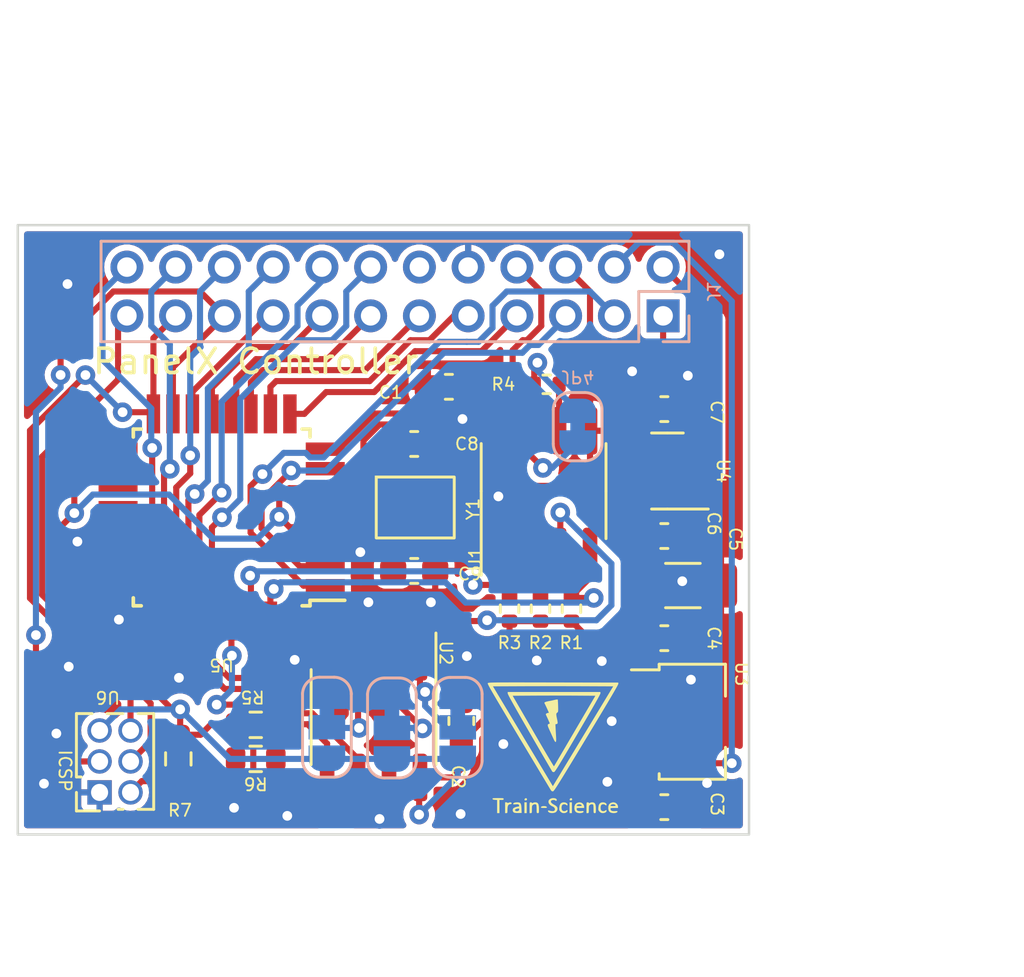
<source format=kicad_pcb>
(kicad_pcb (version 20211014) (generator pcbnew)
  (layers (0 "F.Cu" signal) (31 "B.Cu" signal) (34 "B.Paste" user) (35 "F.Paste" user) (36 "B.SilkS" user "B.Silkscreen") (37 "F.SilkS" user "F.Silkscreen") (38 "B.Mask" user) (39 "F.Mask" user) (44 "Edge.Cuts" user))
  (net 0 "")
  (net 1 "Tx")
  (net 2 "Rx")
  (net 3 "GND")
  (net 4 "dir")
  (net 5 "GPIO1")
  (net 6 "GPIO2")
  (net 7 "GPIO3")
  (net 8 "GPIO4")
  (net 9 "GPIO5")
  (net 10 "GPIO6")
  (net 11 "GPIO7")
  (net 12 "GPIO8")
  (net 13 "GPIO9")
  (net 14 "GPIO10")
  (net 15 "GPIO11")
  (net 16 "+3V3")
  (net 17 "GPIO12")
  (net 18 "GPIO13")
  (net 19 "GPIO14")
  (net 20 "SDA")
  (net 21 "SCL")
  (net 22 "GPIO15")
  (net 23 "+5V")
  (net 24 "+12V")
  (net 25 "B")
  (net 26 "A")
  (net 27 "/atmega328/X1")
  (net 28 "/atmega328/X2")
  (net 29 "/atmega328/RESET")
  (net 33 "Net-(JP4-Pad1)")
  (net 35 "/EEPROM/A0")
  (net 36 "/EEPROM/A1")
  (net 37 "/EEPROM/A2")
  (footprint "Connector_PinSocket_1.27mm:PinSocket_2x03_P1.27mm_Vertical" (layer "F.Cu") (at 113.355 90.275 180)
    (fp_text reference "U6")
    (fp_text value "HEADER_3x2")
  )
  (footprint "Package_TO_SOT_SMD:SOT-89-3" (layer "F.Cu") (at 137.374 87.376)
    (fp_text reference "U3")
    (fp_text value "L78L05_SOT89")
  )
  (footprint "Resistor_SMD:R_0603_1608Metric" (layer "F.Cu") (at 119.761 87.503)
    (fp_text reference "R5")
    (fp_text value "4k7")
  )
  (footprint "custom_kicad_lib_sk:crystal_arduino" (layer "F.Cu") (at 126.356428 78.365382)
    (fp_text reference "Y1")
    (fp_text value "crystal_arduino")
  )
  (footprint "kicad_images:Train-Science logo extra small" (layer "F.Cu") (at 132 88.5)
    (fp_text reference "G***" hide)
    (fp_text value "LOGO" hide)
  )
  (footprint "Capacitor_SMD:C_0603_1608Metric_Pad1.08x0.95mm_HandSolder" (layer "F.Cu") (at 136.525 83.947)
    (fp_text reference "C4")
    (fp_text value "100nF")
  )
  (footprint "Resistor_SMD:R_0402_1005Metric" (layer "F.Cu") (at 131.699 73.533)
    (fp_text reference "R4")
    (fp_text value "120R")
  )
  (footprint "Capacitor_SMD:C_0603_1608Metric_Pad1.08x0.95mm_HandSolder" (layer "F.Cu") (at 128.197 87.346 -90)
    (fp_text reference "C2")
    (fp_text value "100nF")
  )
  (footprint "Package_SO:SOIC-8_3.9x4.9mm_P1.27mm" (layer "F.Cu") (at 131.572 77.913 90)
    (fp_text reference "U1")
    (fp_text value "MAX485E")
  )
  (footprint "Capacitor_SMD:C_0603_1608Metric_Pad1.08x0.95mm_HandSolder" (layer "F.Cu") (at 126.263429 81.186382 180)
    (fp_text reference "C9")
    (fp_text value "12pF")
  )
  (footprint "Package_QFP:TQFP-32_7x7mm_P0.8mm" (layer "F.Cu") (at 118.364 78.994 180)
    (fp_text reference "U5")
    (fp_text value "ATmega328-A")
  )
  (footprint "Capacitor_SMD:C_0603_1608Metric_Pad1.08x0.95mm_HandSolder" (layer "F.Cu") (at 127.6858 73.6346 180)
    (fp_text reference "C1")
    (fp_text value "100n")
  )
  (footprint "Capacitor_SMD:C_0603_1608Metric_Pad1.08x0.95mm_HandSolder" (layer "F.Cu") (at 136.525 79.756)
    (fp_text reference "C6")
    (fp_text value "1uF")
  )
  (footprint "Package_SO:SOIC-8_3.9x4.9mm_P1.27mm" (layer "F.Cu") (at 124.595 87.186 -90)
    (fp_text reference "U2")
    (fp_text value "24LC256")
  )
  (footprint "Resistor_SMD:R_0603_1608Metric_Pad0.98x0.95mm_HandSolder" (layer "F.Cu") (at 116.586 88.9 -90)
    (fp_text reference "R7")
    (fp_text value "10k")
  )
  (footprint "Capacitor_SMD:C_0603_1608Metric_Pad1.08x0.95mm_HandSolder" (layer "F.Cu") (at 126.263429 75.979382)
    (fp_text reference "C8")
    (fp_text value "12pF")
  )
  (footprint "Resistor_SMD:R_0402_1005Metric" (layer "F.Cu") (at 131.445 82.739 90)
    (fp_text reference "R2")
    (fp_text value "10k")
  )
  (footprint "Capacitor_SMD:C_0603_1608Metric_Pad1.08x0.95mm_HandSolder" (layer "F.Cu") (at 136.525 90.879)
    (fp_text reference "C3")
    (fp_text value "330nF")
  )
  (footprint "Capacitor_SMD:C_0603_1608Metric_Pad1.08x0.95mm_HandSolder" (layer "F.Cu") (at 136.525 74.549)
    (fp_text reference "C7")
    (fp_text value "1uF")
  )
  (footprint "Package_TO_SOT_SMD:SOT-23" (layer "F.Cu") (at 136.652 77.089 180)
    (fp_text reference "U4")
    (fp_text value "XC6206PxxxMR")
  )
  (footprint "Capacitor_SMD:C_1206_3216Metric_Pad1.33x1.80mm_HandSolder" (layer "F.Cu") (at 137.287 81.788)
    (fp_text reference "C5")
    (fp_text value "100uF")
  )
  (footprint "Resistor_SMD:R_0402_1005Metric" (layer "F.Cu") (at 132.715 82.739 90)
    (fp_text reference "R1")
    (fp_text value "10k")
  )
  (footprint "Resistor_SMD:R_0402_1005Metric" (layer "F.Cu") (at 130.175 82.739 90)
    (fp_text reference "R3")
    (fp_text value "10k")
  )
  (footprint "Resistor_SMD:R_0603_1608Metric" (layer "F.Cu") (at 119.761 88.9)
    (fp_text reference "R6")
    (fp_text value "4k7")
  )
  (footprint "Jumper:SolderJumper-3_P1.3mm_Bridged12_RoundedPad1.0x1.5mm_NumberLabels" (layer "B.Cu") (at 128.05 87.606 -90)
    (fp_text reference "JP1" hide)
    (fp_text value "SolderJumper_3_Bridged12")
  )
  (footprint "Jumper:SolderJumper-2_P1.3mm_Bridged_RoundedPad1.0x1.5mm" (layer "B.Cu") (at 132.969 75.2706 -90)
    (fp_text reference "JP4")
    (fp_text value "SolderJumper_2_Bridged")
  )
  (footprint "Jumper:SolderJumper-3_P1.3mm_Bridged12_RoundedPad1.0x1.5mm_NumberLabels" (layer "B.Cu") (at 125.349 87.63 -90)
    (fp_text reference "JP2" hide)
    (fp_text value "SolderJumper_3_Bridged12")
  )
  (footprint "Connector_PinHeader_2.00mm:PinHeader_2x12_P2.00mm_Vertical" (layer "B.Cu") (at 136.476 70.723 90)
    (fp_text reference "J1")
    (fp_text value "Conn_02x12_Counter_Clockwise")
  )
  (footprint "Jumper:SolderJumper-3_P1.3mm_Bridged12_RoundedPad1.0x1.5mm_NumberLabels" (layer "B.Cu") (at 122.682 87.6 -90)
    (fp_text reference "JP3" hide)
    (fp_text value "SolderJumper_3_Bridged12")
  )
  (gr_rect (start 110 67) (end 140 92) (layer "Edge.Cuts") (width 0.1) (fill none))
  (gr_text "PanelX Controller" (at 119.761 72.5932) (layer "F.SilkS") (effects (font (size 1 1))))
  (gr_text "ICSP" (at 111.9378 89.3826 270) (layer "F.SilkS") (effects (font (size 0.5 0.5) (thickness 0.075))))
  (segment (start 120.364 83.244) (end 120.364 82.06636) (width 0.25) (layer "F.Cu") (net 1))
  (segment (start 120.364 82.06636) (end 120.50206 81.9283) (width 0.25) (layer "F.Cu") (net 1))
  (segment (start 133.477 81.467) (end 132.715 82.229) (width 0.25) (layer "F.Cu") (net 1))
  (segment (start 132.782 82.296) (end 132.715 82.229) (width 0.25) (layer "F.Cu") (net 1))
  (segment (start 133.477 80.388) (end 133.477 81.467) (width 0.25) (layer "F.Cu") (net 1))
  (segment (start 133.6294 82.296) (end 132.782 82.296) (width 0.25) (layer "F.Cu") (net 1))
  (via (at 133.6294 82.296) (size 0.8) (drill 0.4) (layers "F.Cu" "B.Cu") (net 1))
  (via (at 120.50206 81.9283) (size 0.8) (drill 0.4) (layers "F.Cu" "B.Cu") (net 1))
  (segment (start 128.376095 82.4876) (end 133.4378 82.4876) (width 0.25) (layer "B.Cu") (net 1))
  (segment (start 120.50206 81.9283) (end 120.77656 81.6538) (width 0.25) (layer "B.Cu") (net 1))
  (segment (start 133.4378 82.4876) (end 133.6294 82.296) (width 0.25) (layer "B.Cu") (net 1))
  (segment (start 124.079 81.6538) (end 127.542295 81.6538) (width 0.25) (layer "B.Cu") (net 1))
  (segment (start 128.316148 82.427653) (end 128.376095 82.4876) (width 0.25) (layer "B.Cu") (net 1))
  (segment (start 127.542295 81.6538) (end 128.316148 82.427653) (width 0.25) (layer "B.Cu") (net 1))
  (segment (start 120.77656 81.6538) (end 124.079 81.6538) (width 0.25) (layer "B.Cu") (net 1))
  (segment (start 119.564 81.4132) (end 119.5324 81.3816) (width 0.25) (layer "F.Cu") (net 2))
  (segment (start 129.667 81.721) (end 130.175 82.229) (width 0.25) (layer "F.Cu") (net 2))
  (segment (start 128.6764 81.7626) (end 129.6254 81.7626) (width 0.25) (layer "F.Cu") (net 2))
  (segment (start 129.6254 81.7626) (end 129.667 81.721) (width 0.25) (layer "F.Cu") (net 2))
  (segment (start 129.667 80.388) (end 129.667 81.721) (width 0.25) (layer "F.Cu") (net 2))
  (segment (start 119.564 83.244) (end 119.564 81.4132) (width 0.25) (layer "F.Cu") (net 2))
  (via (at 128.6764 81.7626) (size 0.8) (drill 0.4) (layers "F.Cu" "B.Cu") (net 2))
  (via (at 119.5324 81.3816) (size 0.8) (drill 0.4) (layers "F.Cu" "B.Cu") (net 2))
  (segment (start 119.7102 81.2038) (end 128.1176 81.2038) (width 0.25) (layer "B.Cu") (net 2))
  (segment (start 119.5324 81.3816) (end 119.7102 81.2038) (width 0.25) (layer "B.Cu") (net 2))
  (segment (start 128.1176 81.2038) (end 128.6764 81.7626) (width 0.25) (layer "B.Cu") (net 2))
  (segment (start 126.8233 73.6346) (end 126.9238 73.6346) (width 0.25) (layer "F.Cu") (net 3))
  (segment (start 125.400929 77.440881) (end 125.206428 77.635382) (width 0.25) (layer "F.Cu") (net 3))
  (segment (start 126.9238 73.6346) (end 128.2446 74.9554) (width 0.25) (layer "F.Cu") (net 3))
  (segment (start 125.400929 75.979382) (end 125.400929 77.440881) (width 0.25) (layer "F.Cu") (net 3))
  (via (at 138.2776 89.8906) (size 0.8) (drill 0.4) (layers "F.Cu" "B.Cu") (net 3))
  (via (at 126.9492 82.4738) (size 0.8) (drill 0.4) (layers "F.Cu" "B.Cu") (net 3))
  (via (at 112.4458 79.9846) (size 0.8) (drill 0.4) (layers "F.Cu" "B.Cu") (net 3))
  (via (at 112.0902 85.1154) (size 0.8) (drill 0.4) (layers "F.Cu" "B.Cu") (net 3))
  (via (at 121.0564 91.2368) (size 0.8) (drill 0.4) (layers "F.Cu" "B.Cu") (net 3))
  (via (at 129.7178 78.1304) (size 0.8) (drill 0.4) (layers "F.Cu" "B.Cu") (net 3))
  (via (at 114.1476 83.185) (size 0.8) (drill 0.4) (layers "F.Cu" "B.Cu") (net 3))
  (via (at 116.6114 85.5726) (size 0.8) (drill 0.4) (layers "F.Cu" "B.Cu") (net 3))
  (via (at 134.366 87.3506) (size 0.8) (drill 0.4) (layers "F.Cu" "B.Cu") (net 3))
  (via (at 112.0394 69.4182) (size 0.8) (drill 0.4) (layers "F.Cu" "B.Cu") (net 3))
  (via (at 134.1882 89.8398) (size 0.8) (drill 0.4) (layers "F.Cu" "B.Cu") (net 3))
  (via (at 137.2616 81.6102) (size 0.8) (drill 0.4) (layers "F.Cu" "B.Cu") (net 3))
  (via (at 133.9596 84.8868) (size 0.8) (drill 0.4) (layers "F.Cu" "B.Cu") (net 3))
  (via (at 138.7856 68.199) (size 0.8) (drill 0.4) (layers "F.Cu" "B.Cu") (net 3))
  (via (at 111.0742 89.916) (size 0.8) (drill 0.4) (layers "F.Cu" "B.Cu") (net 3))
  (via (at 128.4224 84.6836) (size 0.8) (drill 0.4) (layers "F.Cu" "B.Cu") (net 3))
  (via (at 131.2926 84.8614) (size 0.8) (drill 0.4) (layers "F.Cu" "B.Cu") (net 3))
  (via (at 121.3612 84.836) (size 0.8) (drill 0.4) (layers "F.Cu" "B.Cu") (net 3))
  (via (at 135.2042 72.9996) (size 0.8) (drill 0.4) (layers "F.Cu" "B.Cu") (net 3))
  (via (at 128.1684 91.1606) (size 0.8) (drill 0.4) (layers "F.Cu" "B.Cu") (net 3))
  (via (at 111.5822 87.8586) (size 0.8) (drill 0.4) (layers "F.Cu" "B.Cu") (net 3))
  (via (at 129.921 88.2904) (size 0.8) (drill 0.4) (layers "F.Cu" "B.Cu") (net 3))
  (via (at 124.0536 80.4164) (size 0.8) (drill 0.4) (layers "F.Cu" "B.Cu") (net 3))
  (via (at 137.6172 85.6488) (size 0.8) (drill 0.4) (layers "F.Cu" "B.Cu") (net 3))
  (via (at 118.872 90.9066) (size 0.8) (drill 0.4) (layers "F.Cu" "B.Cu") (net 3))
  (via (at 124.841 91.3638) (size 0.8) (drill 0.4) (layers "F.Cu" "B.Cu") (net 3))
  (via (at 124.3838 82.4738) (size 0.8) (drill 0.4) (layers "F.Cu" "B.Cu") (net 3))
  (via (at 128.2446 74.9554) (size 0.8) (drill 0.4) (layers "F.Cu" "B.Cu") (net 3))
  (via (at 137.4902 73.1774) (size 0.8) (drill 0.4) (layers "F.Cu" "B.Cu") (net 3))
  (segment (start 132.2578 80.3372) (end 132.207 80.388) (width 0.25) (layer "F.Cu") (net 4))
  (segment (start 130.937 80.388) (end 132.207 80.388) (width 0.25) (layer "F.Cu") (net 4))
  (segment (start 131.445 82.229) (end 131.445 82.169) (width 0.25) (layer "F.Cu") (net 4))
  (segment (start 130.937 81.661) (end 130.937 80.388) (width 0.25) (layer "F.Cu") (net 4))
  (segment (start 129.2236 83.244) (end 129.2555 83.2121) (width 0.25) (layer "F.Cu") (net 4))
  (segment (start 131.445 82.169) (end 130.937 81.661) (width 0.25) (layer "F.Cu") (net 4))
  (segment (start 132.2578 78.7908) (end 132.2578 80.3372) (width 0.25) (layer "F.Cu") (net 4))
  (segment (start 121.164 83.244) (end 129.2236 83.244) (width 0.25) (layer "F.Cu") (net 4))
  (via (at 129.2555 83.2121) (size 0.8) (drill 0.4) (layers "F.Cu" "B.Cu") (net 4))
  (via (at 132.2578 78.7908) (size 0.8) (drill 0.4) (layers "F.Cu" "B.Cu") (net 4))
  (segment (start 133.929705 83.021) (end 134.3544 82.596305) (width 0.25) (layer "B.Cu") (net 4))
  (segment (start 133.738605 83.2121) (end 133.929705 83.021) (width 0.25) (layer "B.Cu") (net 4))
  (segment (start 129.2555 83.2121) (end 133.738605 83.2121) (width 0.25) (layer "B.Cu") (net 4))
  (segment (start 134.3544 80.8874) (end 132.2578 78.7908) (width 0.25) (layer "B.Cu") (net 4))
  (segment (start 134.3544 82.596305) (end 134.3544 80.8874) (width 0.25) (layer "B.Cu") (net 4))
  (segment (start 120.0404 77.216) (end 119.5512 77.7052) (width 0.25) (layer "F.Cu") (net 5))
  (segment (start 119.5512 79.6224) (end 121.7228 81.794) (width 0.25) (layer "F.Cu") (net 5))
  (segment (start 119.5512 77.7052) (end 119.5512 79.6224) (width 0.25) (layer "F.Cu") (net 5))
  (segment (start 121.7228 81.794) (end 122.614 81.794) (width 0.25) (layer "F.Cu") (net 5))
  (via (at 120.0404 77.216) (size 0.8) (drill 0.4) (layers "F.Cu" "B.Cu") (net 5))
  (segment (start 122.553604 76.5302) (end 121.9962 76.5302) (width 0.25) (layer "B.Cu") (net 5))
  (segment (start 128.4224 71.7876) (end 127.296204 71.7876) (width 0.25) (layer "B.Cu") (net 5))
  (segment (start 120.9119 76.3445) (end 120.0404 77.216) (width 0.25) (layer "B.Cu") (net 5))
  (segment (start 124.446602 74.637202) (end 122.553604 76.5302) (width 0.25) (layer "B.Cu") (net 5))
  (segment (start 129.476 71.2166) (end 128.905 71.7876) (width 0.25) (layer "B.Cu") (net 5))
  (segment (start 127.296204 71.7876) (end 126.300802 72.783002) (width 0.25) (layer "B.Cu") (net 5))
  (segment (start 134.476 70.723) (end 133.476 69.723) (width 0.25) (layer "B.Cu") (net 5))
  (segment (start 129.476 70.308786) (end 129.476 71.2166) (width 0.25) (layer "B.Cu") (net 5))
  (segment (start 121.9962 76.5302) (end 121.8105 76.3445) (width 0.25) (layer "B.Cu") (net 5))
  (segment (start 133.476 69.723) (end 130.061786 69.723) (width 0.25) (layer "B.Cu") (net 5))
  (segment (start 128.905 71.7876) (end 128.4224 71.7876) (width 0.25) (layer "B.Cu") (net 5))
  (segment (start 126.300802 72.783002) (end 124.446602 74.637202) (width 0.25) (layer "B.Cu") (net 5))
  (segment (start 130.061786 69.723) (end 129.476 70.308786) (width 0.25) (layer "B.Cu") (net 5))
  (segment (start 121.8105 76.3445) (end 120.9119 76.3445) (width 0.25) (layer "B.Cu") (net 5))
  (segment (start 121.564 80.994) (end 120.0012 79.4312) (width 0.25) (layer "F.Cu") (net 6))
  (segment (start 120.0012 79.4312) (end 120.0012 78.295204) (width 0.25) (layer "F.Cu") (net 6))
  (segment (start 121.214498 77.081906) (end 121.214498 77.0695) (width 0.25) (layer "F.Cu") (net 6))
  (segment (start 120.0012 78.295204) (end 121.214498 77.081906) (width 0.25) (layer "F.Cu") (net 6))
  (segment (start 122.614 80.994) (end 121.564 80.994) (width 0.25) (layer "F.Cu") (net 6))
  (via (at 121.214498 77.0695) (size 0.8) (drill 0.4) (layers "F.Cu" "B.Cu") (net 6))
  (segment (start 122.6507 77.0695) (end 127.4826 72.2376) (width 0.25) (layer "B.Cu") (net 6))
  (segment (start 131.017695 71.919) (end 131.3572 71.919) (width 0.25) (layer "B.Cu") (net 6))
  (segment (start 130.699095 72.2376) (end 131.017695 71.919) (width 0.25) (layer "B.Cu") (net 6))
  (segment (start 132.476 70.8002) (end 132.476 70.723) (width 0.25) (layer "B.Cu") (net 6))
  (segment (start 127.4826 72.2376) (end 130.699095 72.2376) (width 0.25) (layer "B.Cu") (net 6))
  (segment (start 121.214498 77.0695) (end 122.6507 77.0695) (width 0.25) (layer "B.Cu") (net 6))
  (segment (start 131.3572 71.919) (end 132.476 70.8002) (width 0.25) (layer "B.Cu") (net 6))
  (segment (start 122.65 73.85) (end 124.621792 73.85) (width 0.25) (layer "F.Cu") (net 7))
  (segment (start 124.621792 73.85) (end 126.298792 72.173) (width 0.25) (layer "F.Cu") (net 7))
  (segment (start 121.164 74.744) (end 121.756 74.744) (width 0.25) (layer "F.Cu") (net 7))
  (segment (start 129.026 72.173) (end 130.476 70.723) (width 0.25) (layer "F.Cu") (net 7))
  (segment (start 121.756 74.744) (end 122.65 73.85) (width 0.25) (layer "F.Cu") (net 7))
  (segment (start 126.298792 72.173) (end 129.026 72.173) (width 0.25) (layer "F.Cu") (net 7))
  (segment (start 120.6 73.4) (end 124.435396 73.4) (width 0.25) (layer "F.Cu") (net 8))
  (segment (start 120.364 73.636) (end 120.6 73.4) (width 0.25) (layer "F.Cu") (net 8))
  (segment (start 126.890214 71.723) (end 127.890214 70.723) (width 0.25) (layer "F.Cu") (net 8))
  (segment (start 120.364 74.744) (end 120.364 73.636) (width 0.25) (layer "F.Cu") (net 8))
  (segment (start 126.112396 71.723) (end 126.890214 71.723) (width 0.25) (layer "F.Cu") (net 8))
  (segment (start 124.435396 73.4) (end 126.112396 71.723) (width 0.25) (layer "F.Cu") (net 8))
  (segment (start 127.890214 70.723) (end 128.476 70.723) (width 0.25) (layer "F.Cu") (net 8))
  (segment (start 120.05 72.95) (end 124.249 72.95) (width 0.25) (layer "F.Cu") (net 9))
  (segment (start 124.249 72.95) (end 126.476 70.723) (width 0.25) (layer "F.Cu") (net 9))
  (segment (start 119.564 73.436) (end 120.05 72.95) (width 0.25) (layer "F.Cu") (net 9))
  (segment (start 119.564 74.744) (end 119.564 73.436) (width 0.25) (layer "F.Cu") (net 9))
  (segment (start 122.699 72.5) (end 124.476 70.723) (width 0.25) (layer "F.Cu") (net 10))
  (segment (start 118.764 74.744) (end 118.964 74.544) (width 0.25) (layer "F.Cu") (net 10))
  (segment (start 118.964 74.544) (end 118.964 73.308792) (width 0.25) (layer "F.Cu") (net 10))
  (segment (start 118.964 73.308792) (end 119.772792 72.5) (width 0.25) (layer "F.Cu") (net 10))
  (segment (start 119.772792 72.5) (end 122.699 72.5) (width 0.25) (layer "F.Cu") (net 10))
  (segment (start 121.199 72) (end 119.636396 72) (width 0.25) (layer "F.Cu") (net 11))
  (segment (start 119.636396 72) (end 117.964 73.672396) (width 0.25) (layer "F.Cu") (net 11))
  (segment (start 117.964 73.672396) (end 117.964 74.744) (width 0.25) (layer "F.Cu") (net 11))
  (segment (start 122.476 70.723) (end 121.199 72) (width 0.25) (layer "F.Cu") (net 11))
  (segment (start 117.164 74.744) (end 117.164 73.836) (width 0.25) (layer "F.Cu") (net 12))
  (segment (start 117.164 73.836) (end 120 71) (width 0.25) (layer "F.Cu") (net 12))
  (segment (start 116.364 74.744) (end 116.364 72.835) (width 0.25) (layer "F.Cu") (net 13))
  (segment (start 118.476 70.723) (end 117.476 69.723) (width 0.25) (layer "F.Cu") (net 13))
  (segment (start 117.476 69.723) (end 113.919 69.723) (width 0.25) (layer "F.Cu") (net 13))
  (segment (start 116.364 72.835) (end 118.476 70.723) (width 0.25) (layer "F.Cu") (net 13))
  (segment (start 111.755701 73.147701) (end 111.755701 71.886299) (width 0.25) (layer "F.Cu") (net 13))
  (segment (start 111.357 89.005) (end 113.355 89.005) (width 0.25) (layer "F.Cu") (net 13))
  (segment (start 110.744 83.82) (end 110.744 88.392) (width 0.25) (layer "F.Cu") (net 13))
  (segment (start 110.744 88.392) (end 111.357 89.005) (width 0.25) (layer "F.Cu") (net 13))
  (segment (start 111.755701 71.886299) (end 113.919 69.723) (width 0.25) (layer "F.Cu") (net 13))
  (via (at 111.755701 73.147701) (size 0.8) (drill 0.4) (layers "F.Cu" "B.Cu") (net 13))
  (via (at 110.744 83.82) (size 0.8) (drill 0.4) (layers "F.Cu" "B.Cu") (net 13))
  (segment (start 111.755701 73.147701) (end 111.755701 73.664299) (width 0.25) (layer "B.Cu") (net 13))
  (segment (start 110.744 74.676) (end 110.744 83.82) (width 0.25) (layer "B.Cu") (net 13))
  (segment (start 111.755701 73.664299) (end 110.744 74.676) (width 0.25) (layer "B.Cu") (net 13))
  (segment (start 114.625 86.431) (end 110.5 82.306) (width 0.25) (layer "F.Cu") (net 14))
  (segment (start 114.3 74.676) (end 115.496 74.676) (width 0.25) (layer "F.Cu") (net 14))
  (segment (start 115.564 71.635) (end 116.476 70.723) (width 0.25) (layer "F.Cu") (net 14))
  (segment (start 114.625 87.735) (end 114.625 86.431) (width 0.25) (layer "F.Cu") (net 14))
  (segment (start 110.5 75.428) (end 112.776 73.152) (width 0.25) (layer "F.Cu") (net 14))
  (segment (start 115.496 74.676) (end 115.564 74.744) (width 0.25) (layer "F.Cu") (net 14))
  (segment (start 115.564 74.744) (end 115.564 71.635) (width 0.25) (layer "F.Cu") (net 14))
  (segment (start 110.5 82.306) (end 110.5 75.428) (width 0.25) (layer "F.Cu") (net 14))
  (via (at 112.776 73.152) (size 0.8) (drill 0.4) (layers "F.Cu" "B.Cu") (net 14))
  (via (at 114.3 74.676) (size 0.8) (drill 0.4) (layers "F.Cu" "B.Cu") (net 14))
  (segment (start 112.776 73.152) (end 114.3 74.676) (width 0.25) (layer "B.Cu") (net 14))
  (segment (start 112.246 75.67) (end 112.5 75.416) (width 0.25) (layer "F.Cu") (net 15))
  (segment (start 111.83 75.67) (end 111 76.5) (width 0.25) (layer "F.Cu") (net 15))
  (segment (start 111 82.169604) (end 115.45 86.619604) (width 0.25) (layer "F.Cu") (net 15))
  (segment (start 111 76.5) (end 111 82.169604) (width 0.25) (layer "F.Cu") (net 15))
  (segment (start 112.5 75.67) (end 112.5 75.416) (width 0.25) (layer "F.Cu") (net 15))
  (segment (start 115.45 86.619604) (end 115.45 88.18) (width 0.25) (layer "F.Cu") (net 15))
  (segment (start 112.246 75.67) (end 111.83 75.67) (width 0.25) (layer "F.Cu") (net 15))
  (segment (start 115.45 88.18) (end 114.625 89.005) (width 0.25) (layer "F.Cu") (net 15))
  (segment (start 114.114 76.194) (end 113.024 76.194) (width 0.25) (layer "F.Cu") (net 15))
  (segment (start 114.114 73.338) (end 114.114 71.085) (width 0.25) (layer "F.Cu") (net 15))
  (segment (start 112.5 74.952) (end 114.114 73.338) (width 0.25) (layer "F.Cu") (net 15))
  (segment (start 112.5 75.67) (end 112.246 75.67) (width 0.25) (layer "F.Cu") (net 15))
  (segment (start 112.5 75.416) (end 112.5 74.952) (width 0.25) (layer "F.Cu") (net 15))
  (segment (start 114.114 71.085) (end 114.476 70.723) (width 0.25) (layer "F.Cu") (net 15))
  (segment (start 113.024 76.194) (end 112.5 75.67) (width 0.25) (layer "F.Cu") (net 15))
  (segment (start 135.6625 74.549) (end 136.476 73.7355) (width 0.25) (layer "F.Cu") (net 16))
  (segment (start 135.636 75.692) (end 136.083 76.139) (width 0.25) (layer "F.Cu") (net 16))
  (segment (start 135.6625 74.549) (end 135.636 74.5755) (width 0.25) (layer "F.Cu") (net 16))
  (segment (start 135.636 74.5755) (end 135.636 75.692) (width 0.25) (layer "F.Cu") (net 16))
  (segment (start 136.083 76.139) (end 137.5895 76.139) (width 0.25) (layer "F.Cu") (net 16))
  (segment (start 136.476 73.7355) (end 136.476 70.723) (width 0.25) (layer "F.Cu") (net 16))
  (segment (start 115.164 80.994) (end 115.513502 80.644498) (width 0.25) (layer "F.Cu") (net 17))
  (segment (start 115.513502 80.644498) (end 115.513502 76.143502) (width 0.25) (layer "F.Cu") (net 17))
  (segment (start 114.114 80.994) (end 115.164 80.994) (width 0.25) (layer "F.Cu") (net 17))
  (via (at 115.513502 76.143502) (size 0.8) (drill 0.4) (layers "F.Cu" "B.Cu") (net 17))
  (segment (start 115.476 76.106) (end 115.476 74.524) (width 0.25) (layer "B.Cu") (net 17))
  (segment (start 113.476 72.524) (end 115.476 74.524) (width 0.25) (layer "B.Cu") (net 17))
  (segment (start 113.476 69.723) (end 113.476 72.524) (width 0.25) (layer "B.Cu") (net 17))
  (segment (start 115.513502 76.143502) (end 115.476 76.106) (width 0.25) (layer "B.Cu") (net 17))
  (segment (start 114.476 68.723) (end 113.476 69.723) (width 0.25) (layer "B.Cu") (net 17))
  (segment (start 116 77.238002) (end 116.238002 77) (width 0.25) (layer "F.Cu") (net 18))
  (segment (start 115.206 81.794) (end 116 81) (width 0.25) (layer "F.Cu") (net 18))
  (segment (start 114.114 81.794) (end 115.206 81.794) (width 0.25) (layer "F.Cu") (net 18))
  (segment (start 116 81) (end 116 77.238002) (width 0.25) (layer "F.Cu") (net 18))
  (via (at 116.238002 77) (size 0.8) (drill 0.4) (layers "F.Cu" "B.Cu") (net 18))
  (segment (start 115.476 71.137214) (end 115.476 69.723) (width 0.25) (layer "B.Cu") (net 18))
  (segment (start 116.238002 77) (end 116.238002 71.899216) (width 0.25) (layer "B.Cu") (net 18))
  (segment (start 115.476 69.723) (end 116.476 68.723) (width 0.25) (layer "B.Cu") (net 18))
  (segment (start 116.238002 71.899216) (end 115.476 71.137214) (width 0.25) (layer "B.Cu") (net 18))
  (segment (start 116.068198 81.568198) (end 116.136396 81.5) (width 0.25) (layer "F.Cu") (net 19))
  (segment (start 115.564 83.244) (end 115.564 82.072396) (width 0.25) (layer "F.Cu") (net 19))
  (segment (start 116.5 81.136396) (end 116.068198 81.568198) (width 0.25) (layer "F.Cu") (net 19))
  (segment (start 115.564 82.072396) (end 116.068198 81.568198) (width 0.25) (layer "F.Cu") (net 19))
  (segment (start 116.5 77.763308) (end 116.5 81.136396) (width 0.25) (layer "F.Cu") (net 19))
  (segment (start 117.073664 76.451664) (end 117.073664 77.189643) (width 0.25) (layer "F.Cu") (net 19))
  (segment (start 117.073664 77.189643) (end 116.5 77.763308) (width 0.25) (layer "F.Cu") (net 19))
  (via (at 117.073664 76.451664) (size 0.8) (drill 0.4) (layers "F.Cu" "B.Cu") (net 19))
  (segment (start 117.476 71.976) (end 117.476 69.723) (width 0.25) (layer "B.Cu") (net 19))
  (segment (start 117.5 72) (end 117.476 71.976) (width 0.25) (layer "B.Cu") (net 19))
  (segment (start 117.476 69.723) (end 118.476 68.723) (width 0.25) (layer "B.Cu") (net 19))
  (segment (start 117.073664 76.451664) (end 117.073664 72.426336) (width 0.25) (layer "B.Cu") (net 19))
  (segment (start 117.073664 72.426336) (end 117.5 72) (width 0.25) (layer "B.Cu") (net 19))
  (segment (start 117.45 78.892) (end 118.364 77.978) (width 0.25) (layer "F.Cu") (net 20))
  (segment (start 117.45 79.756) (end 117.45 78.892) (width 0.25) (layer "F.Cu") (net 20))
  (segment (start 117.164 83.244) (end 117.164 82.030396) (width 0.25) (layer "F.Cu") (net 20))
  (segment (start 120.586 87.503) (end 120.586 86.7532) (width 0.25) (layer "F.Cu") (net 20))
  (segment (start 122.69 89.661) (end 122.69 88.273) (width 0.25) (layer "F.Cu") (net 20))
  (segment (start 121.8946 87.4776) (end 120.6114 87.4776) (width 0.25) (layer "F.Cu") (net 20))
  (segment (start 120.6114 87.4776) (end 120.586 87.503) (width 0.25) (layer "F.Cu") (net 20))
  (segment (start 117.164 82.030396) (end 117.45 81.744396) (width 0.25) (layer "F.Cu") (net 20))
  (segment (start 117.164 84.7028) (end 117.164 83.244) (width 0.25) (layer "F.Cu") (net 20))
  (segment (start 117.45 81.534) (end 117.45 79.756) (width 0.25) (layer "F.Cu") (net 20))
  (segment (start 122.69 88.273) (end 121.8946 87.4776) (width 0.25) (layer "F.Cu") (net 20))
  (segment (start 120.586 86.7532) (end 119.8626 86.0298) (width 0.25) (layer "F.Cu") (net 20))
  (segment (start 118.491 86.0298) (end 117.164 84.7028) (width 0.25) (layer "F.Cu") (net 20))
  (segment (start 117.45 81.744396) (end 117.45 81.534) (width 0.25) (layer "F.Cu") (net 20))
  (segment (start 119.8626 86.0298) (end 118.491 86.0298) (width 0.25) (layer "F.Cu") (net 20))
  (via (at 118.364 77.978) (size 0.8) (drill 0.4) (layers "F.Cu" "B.Cu") (net 20))
  (segment (start 121.476 71.137214) (end 121.476 70.294) (width 0.25) (layer "B.Cu") (net 20))
  (segment (start 118.364 77.978) (end 118.364 74.249214) (width 0.25) (layer "B.Cu") (net 20))
  (segment (start 121.476 70.294) (end 122.476 69.294) (width 0.25) (layer "B.Cu") (net 20))
  (segment (start 122.476 69.294) (end 122.476 68.723) (width 0.25) (layer "B.Cu") (net 20))
  (segment (start 118.364 74.249214) (end 121.476 71.137214) (width 0.25) (layer "B.Cu") (net 20))
  (segment (start 118.677396 85.5798) (end 117.964 84.866404) (width 0.25) (layer "F.Cu") (net 21))
  (segment (start 122.568249 91.186) (end 120.586 89.203751) (width 0.25) (layer "F.Cu") (net 21))
  (segment (start 122.080996 87.0276) (end 121.496796 87.0276) (width 0.25) (layer "F.Cu") (net 21))
  (segment (start 120.586 89.203751) (end 120.586 88.9) (width 0.25) (layer "F.Cu") (net 21))
  (segment (start 123.96 89.661) (end 123.96 88.906604) (width 0.25) (layer "F.Cu") (net 21))
  (segment (start 123.5456 91.186) (end 122.568249 91.186) (width 0.25) (layer "F.Cu") (net 21))
  (segment (start 117.964 79.402599) (end 118.376548 78.990051) (width 0.25) (layer "F.Cu") (net 21))
  (segment (start 117.964 84.866404) (end 117.964 83.244) (width 0.25) (layer "F.Cu") (net 21))
  (segment (start 123.96 88.906604) (end 122.080996 87.0276) (width 0.25) (layer "F.Cu") (net 21))
  (segment (start 123.96 90.7716) (end 123.5456 91.186) (width 0.25) (layer "F.Cu") (net 21))
  (segment (start 121.496796 87.0276) (end 120.048996 85.5798) (width 0.25) (layer "F.Cu") (net 21))
  (segment (start 117.964 83.244) (end 117.964 79.402599) (width 0.25) (layer "F.Cu") (net 21))
  (segment (start 120.048996 85.5798) (end 118.677396 85.5798) (width 0.25) (layer "F.Cu") (net 21))
  (segment (start 123.96 89.661) (end 123.96 90.7716) (width 0.25) (layer "F.Cu") (net 21))
  (via (at 118.376548 78.990051) (size 0.8) (drill 0.4) (layers "F.Cu" "B.Cu") (net 21))
  (segment (start 121.52661 71.723) (end 122.890214 71.723) (width 0.25) (layer "B.Cu") (net 21))
  (segment (start 118.376548 78.990051) (end 119.126 78.240599) (width 0.25) (layer "B.Cu") (net 21))
  (segment (start 119.126 78.240599) (end 119.126 74.12361) (width 0.25) (layer "B.Cu") (net 21))
  (segment (start 123.476 69.723) (end 124.476 68.723) (width 0.25) (layer "B.Cu") (net 21))
  (segment (start 122.890214 71.723) (end 123.476 71.137214) (width 0.25) (layer "B.Cu") (net 21))
  (segment (start 119.126 74.12361) (end 121.52661 71.723) (width 0.25) (layer "B.Cu") (net 21))
  (segment (start 123.476 71.137214) (end 123.476 69.723) (width 0.25) (layer "B.Cu") (net 21))
  (segment (start 117 79.5) (end 117 78.287906) (width 0.25) (layer "F.Cu") (net 22))
  (segment (start 116.364 82.194) (end 117 81.558) (width 0.25) (layer "F.Cu") (net 22))
  (segment (start 117 78.287906) (end 117.256203 78.031703) (width 0.25) (layer "F.Cu") (net 22))
  (segment (start 117 81.558) (end 117 79.5) (width 0.25) (layer "F.Cu") (net 22))
  (segment (start 116.364 83.244) (end 116.364 82.194) (width 0.25) (layer "F.Cu") (net 22))
  (via (at 117.256203 78.031703) (size 0.8) (drill 0.4) (layers "F.Cu" "B.Cu") (net 22))
  (segment (start 117.798664 73.701336) (end 117.798664 77.489242) (width 0.25) (layer "B.Cu") (net 22))
  (segment (start 117.798664 77.489242) (end 117.256203 78.031703) (width 0.25) (layer "B.Cu") (net 22))
  (segment (start 119.476 72.024) (end 117.798664 73.701336) (width 0.25) (layer "B.Cu") (net 22))
  (segment (start 120.476 68.723) (end 119.476 69.723) (width 0.25) (layer "B.Cu") (net 22))
  (segment (start 119.476 69.723) (end 119.476 72.024) (width 0.25) (layer "B.Cu") (net 22))
  (segment (start 120.7262 78.2066) (end 121.1388 77.794) (width 0.25) (layer "F.Cu") (net 23))
  (segment (start 133.731 77.6986) (end 130.7846 77.6986) (width 0.25) (layer "F.Cu") (net 23))
  (segment (start 118.936 87.503) (end 117.9068 87.503) (width 0.25) (layer "F.Cu") (net 23))
  (segment (start 129.4384 73.6346) (end 128.5483 73.6346) (width 0.25) (layer "F.Cu") (net 23))
  (segment (start 132.715 83.249) (end 130.175 83.249) (width 0.25) (layer "F.Cu") (net 23))
  (segment (start 134.3406 77.089) (end 133.731 77.6986) (width 0.25) (layer "F.Cu") (net 23))
  (segment (start 129.667 76.581) (end 129.667 75.438) (width 0.25) (layer "F.Cu") (net 23))
  (segment (start 135.724 79.8175) (end 135.724 85.876) (width 0.25) (layer "F.Cu") (net 23))
  (segment (start 112.8202 76.994) (end 112.3188 77.4954) (width 0.25) (layer "F.Cu") (net 23))
  (segment (start 128.197 89.3032) (end 128.197 88.2085) (width 0.25) (layer "F.Cu") (net 23))
  (segment (start 138.652 77.135751) (end 135.761251 77.135751) (width 0.25) (layer "F.Cu") (net 23))
  (segment (start 126.5 89.661) (end 127.8392 89.661) (width 0.25) (layer "F.Cu") (net 23))
  (segment (start 127.8392 89.661) (end 128.197 89.3032) (width 0.25) (layer "F.Cu") (net 23))
  (segment (start 132.715 83.249) (end 133.286 83.82) (width 0.25) (layer "F.Cu") (net 23))
  (segment (start 130.175 86.2305) (end 130.175 83.249) (width 0.25) (layer "F.Cu") (net 23))
  (segment (start 114.114 76.994) (end 112.8202 76.994) (width 0.25) (layer "F.Cu") (net 23))
  (segment (start 129.667 73.8632) (end 129.4384 73.6346) (width 0.25) (layer "F.Cu") (net 23))
  (segment (start 112.3188 78.8162) (end 112.3188 77.4954) (width 0.25) (layer "F.Cu") (net 23))
  (segment (start 133.286 83.82) (end 135.5355 83.82) (width 0.25) (layer "F.Cu") (net 23))
  (segment (start 121.1516 79.394) (end 120.7262 78.9686) (width 0.25) (layer "F.Cu") (net 23))
  (segment (start 116.6622 86.868) (end 116.6622 87.9113) (width 0.25) (layer "F.Cu") (net 23))
  (segment (start 116.334792 86.868) (end 116.6622 86.868) (width 0.25) (layer "F.Cu") (net 23))
  (segment (start 129.667 75.438) (end 129.667 73.8632) (width 0.25) (layer "F.Cu") (net 23))
  (segment (start 116.6622 87.9113) (end 116.586 87.9875) (width 0.25) (layer "F.Cu") (net 23))
  (segment (start 118.936 88.9) (end 118.936 87.503) (width 0.25) (layer "F.Cu") (net 23))
  (segment (start 111.45 79.685) (end 111.45 81.983208) (width 0.25) (layer "F.Cu") (net 23))
  (segment (start 122.614 79.394) (end 121.1516 79.394) (width 0.25) (layer "F.Cu") (net 23))
  (segment (start 135.5355 83.82) (end 135.6625 83.947) (width 0.25) (layer "F.Cu") (net 23))
  (segment (start 126.4666 91.186) (end 126.4666 89.6944) (width 0.25) (layer "F.Cu") (net 23))
  (segment (start 135.761251 77.135751) (end 135.7145 77.089) (width 0.25) (layer "F.Cu") (net 23))
  (segment (start 121.1388 77.794) (end 122.614 77.794) (width 0.25) (layer "F.Cu") (net 23))
  (segment (start 128.197 88.2085) (end 130.175 86.2305) (width 0.25) (layer "F.Cu") (net 23))
  (segment (start 117.9068 87.503) (end 117.5004 87.9094) (width 0.25) (layer "F.Cu") (net 23))
  (segment (start 130.7846 77.6986) (end 129.667 76.581) (width 0.25) (layer "F.Cu") (net 23))
  (segment (start 126.4666 89.6944) (end 126.5 89.661) (width 0.25) (layer "F.Cu") (net 23))
  (segment (start 116.6641 87.9094) (end 116.586 87.9875) (width 0.25) (layer "F.Cu") (net 23))
  (segment (start 135.7145 77.089) (end 135.7145 79.704) (width 0.25) (layer "F.Cu") (net 23))
  (segment (start 136.476 68.723) (end 138.652 70.899) (width 0.25) (layer "F.Cu") (net 23))
  (segment (start 120.7262 78.9686) (end 120.7262 78.2066) (width 0.25) (layer "F.Cu") (net 23))
  (segment (start 135.7145 77.089) (end 134.3406 77.089) (width 0.25) (layer "F.Cu") (net 23))
  (segment (start 112.3188 78.8162) (end 111.45 79.685) (width 0.25) (layer "F.Cu") (net 23))
  (segment (start 117.5004 87.9094) (end 116.6641 87.9094) (width 0.25) (layer "F.Cu") (net 23))
  (segment (start 135.6625 79.756) (end 135.724 79.8175) (width 0.25) (layer "F.Cu") (net 23))
  (segment (start 111.45 81.983208) (end 116.334792 86.868) (width 0.25) (layer "F.Cu") (net 23))
  (segment (start 135.7145 79.704) (end 135.6625 79.756) (width 0.25) (layer "F.Cu") (net 23))
  (segment (start 138.652 70.899) (end 138.652 77.135751) (width 0.25) (layer "F.Cu") (net 23))
  (via (at 116.6622 86.868) (size 0.8) (drill 0.4) (layers "F.Cu" "B.Cu") (net 23))
  (via (at 126.4666 91.186) (size 0.8) (drill 0.4) (layers "F.Cu" "B.Cu") (net 23))
  (via (at 120.7262 78.9686) (size 0.8) (drill 0.4) (layers "F.Cu" "B.Cu") (net 23))
  (via (at 112.3188 78.8162) (size 0.8) (drill 0.4) (layers "F.Cu" "B.Cu") (net 23))
  (segment (start 114.222 86.868) (end 116.6622 86.868) (width 0.25) (layer "B.Cu") (net 23))
  (segment (start 113.355 87.735) (end 114.222 86.868) (width 0.25) (layer "B.Cu") (net 23))
  (segment (start 119.832705 79.862095) (end 120.7262 78.9686) (width 0.25) (layer "B.Cu") (net 23))
  (segment (start 118.6942 88.9) (end 116.6622 86.868) (width 0.25) (layer "B.Cu") (net 23))
  (segment (start 118.012895 79.862095) (end 119.832705 79.862095) (width 0.25) (layer "B.Cu") (net 23))
  (segment (start 112.3188 78.8162) (end 113.0808 78.0542) (width 0.25) (layer "B.Cu") (net 23))
  (segment (start 128.044 88.9) (end 128.05 88.906) (width 0.25) (layer "B.Cu") (net 23))
  (segment (start 113.0808 78.0542) (end 116.205 78.0542) (width 0.25) (layer "B.Cu") (net 23))
  (segment (start 122.682 88.9) (end 118.6942 88.9) (width 0.25) (layer "B.Cu") (net 23))
  (segment (start 128.05 88.906) (end 128.05 89.6026) (width 0.25) (layer "B.Cu") (net 23))
  (segment (start 128.05 89.6026) (end 126.4666 91.186) (width 0.25) (layer "B.Cu") (net 23))
  (segment (start 122.682 88.9) (end 128.044 88.9) (width 0.25) (layer "B.Cu") (net 23))
  (segment (start 116.205 78.0542) (end 118.012895 79.862095) (width 0.25) (layer "B.Cu") (net 23))
  (segment (start 137.4637 89.0778) (end 139.2936 89.0778) (width 0.25) (layer "F.Cu") (net 24))
  (segment (start 135.6625 90.879) (end 137.4637 89.0778) (width 0.25) (layer "F.Cu") (net 24))
  (segment (start 135.6625 88.9375) (end 135.724 88.876) (width 0.25) (layer "F.Cu") (net 24))
  (segment (start 135.6625 90.879) (end 135.6625 88.9375) (width 0.25) (layer "F.Cu") (net 24))
  (via (at 139.2936 89.0778) (size 0.8) (drill 0.4) (layers "F.Cu" "B.Cu") (net 24))
  (segment (start 135.4826 67.7164) (end 134.476 68.723) (width 0.25) (layer "B.Cu") (net 24))
  (segment (start 139.2936 89.0778) (end 139.2936 70.126386) (width 0.25) (layer "B.Cu") (net 24))
  (segment (start 139.2936 70.126386) (end 136.883614 67.7164) (width 0.25) (layer "B.Cu") (net 24))
  (segment (start 136.883614 67.7164) (end 135.4826 67.7164) (width 0.25) (layer "B.Cu") (net 24))
  (segment (start 130.937 75.438) (end 130.937 76.3524) (width 0.25) (layer "F.Cu") (net 25))
  (segment (start 130.890214 71.723) (end 130.715 71.723) (width 0.25) (layer "F.Cu") (net 25))
  (segment (start 130.715 71.723) (end 130.302 72.136) (width 0.25) (layer "F.Cu") (net 25))
  (segment (start 130.937 75.438) (end 130.937 74.803) (width 0.25) (layer "F.Cu") (net 25))
  (segment (start 131.476 69.723) (end 131.476 71.137214) (width 0.25) (layer "F.Cu") (net 25))
  (segment (start 130.302 72.644) (end 130.302 73.152) (width 0.25) (layer "F.Cu") (net 25))
  (segment (start 130.937 76.3524) (end 131.5466 76.962) (width 0.25) (layer "F.Cu") (net 25))
  (segment (start 130.302 74.168) (end 130.302 72.644) (width 0.25) (layer "F.Cu") (net 25))
  (segment (start 130.302 72.136) (end 130.302 72.644) (width 0.25) (layer "F.Cu") (net 25))
  (segment (start 130.937 74.803) (end 130.302 74.168) (width 0.25) (layer "F.Cu") (net 25))
  (segment (start 131.476 71.137214) (end 130.890214 71.723) (width 0.25) (layer "F.Cu") (net 25))
  (segment (start 130.476 68.723) (end 131.476 69.723) (width 0.25) (layer "F.Cu") (net 25))
  (via (at 131.5466 76.962) (size 0.8) (drill 0.4) (layers "F.Cu" "B.Cu") (net 25))
  (segment (start 131.5466 76.962) (end 131.9276 76.962) (width 0.25) (layer "B.Cu") (net 25))
  (segment (start 131.9276 76.962) (end 132.969 75.9206) (width 0.25) (layer "B.Cu") (net 25))
  (segment (start 132.207 73.535) (end 132.209 73.533) (width 0.25) (layer "F.Cu") (net 26))
  (segment (start 132.207 75.438) (end 132.207 73.535) (width 0.25) (layer "F.Cu") (net 26))
  (segment (start 132.209 73.533) (end 133.476 72.266) (width 0.25) (layer "F.Cu") (net 26))
  (segment (start 133.476 69.723) (end 132.476 68.723) (width 0.25) (layer "F.Cu") (net 26))
  (segment (start 133.476 72.266) (end 133.476 69.723) (width 0.25) (layer "F.Cu") (net 26))
  (segment (start 125.933924 75.179382) (end 126.2634 75.508858) (width 0.25) (layer "F.Cu") (net 27))
  (segment (start 124.845618 75.179382) (end 125.933924 75.179382) (width 0.25) (layer "F.Cu") (net 27))
  (segment (start 124.1806 75.8444) (end 124.845618 75.179382) (width 0.25) (layer "F.Cu") (net 27))
  (segment (start 125.400929 81.186382) (end 125.400929 79.729883) (width 0.25) (layer "F.Cu") (net 27))
  (segment (start 126.2634 78.47841) (end 125.206428 79.535382) (width 0.25) (layer "F.Cu") (net 27))
  (segment (start 124.1806 76.581) (end 124.1806 75.8444) (width 0.25) (layer "F.Cu") (net 27))
  (segment (start 126.2634 75.508858) (end 126.2634 78.47841) (width 0.25) (layer "F.Cu") (net 27))
  (segment (start 122.614 76.994) (end 123.7676 76.994) (width 0.25) (layer "F.Cu") (net 27))
  (segment (start 123.7676 76.994) (end 124.1806 76.581) (width 0.25) (layer "F.Cu") (net 27))
  (segment (start 125.400929 79.729883) (end 125.206428 79.535382) (width 0.25) (layer "F.Cu") (net 27))
  (segment (start 122.614 76.194) (end 123.1706 76.194) (width 0.25) (layer "F.Cu") (net 28))
  (segment (start 124.635218 74.729382) (end 126.494582 74.729382) (width 0.25) (layer "F.Cu") (net 28))
  (segment (start 127.125929 75.979382) (end 127.125929 77.354883) (width 0.25) (layer "F.Cu") (net 28))
  (segment (start 123.1706 76.194) (end 124.635218 74.729382) (width 0.25) (layer "F.Cu") (net 28))
  (segment (start 127.125929 75.360729) (end 127.125929 75.979382) (width 0.25) (layer "F.Cu") (net 28))
  (segment (start 127.125929 77.354883) (end 127.406428 77.635382) (width 0.25) (layer "F.Cu") (net 28))
  (segment (start 126.494582 74.729382) (end 127.125929 75.360729) (width 0.25) (layer "F.Cu") (net 28))
  (segment (start 116.586 89.8125) (end 115.0875 89.8125) (width 0.25) (layer "F.Cu") (net 29))
  (segment (start 119.661 87.010538) (end 119.661 89.4826) (width 0.25) (layer "F.Cu") (net 29))
  (segment (start 115.0875 89.8125) (end 114.625 90.275) (width 0.25) (layer "F.Cu") (net 29))
  (segment (start 119.3311 89.8125) (end 116.586 89.8125) (width 0.25) (layer "F.Cu") (net 29))
  (segment (start 118.159532 86.674028) (end 119.32449 86.674028) (width 0.25) (layer "F.Cu") (net 29))
  (segment (start 118.764 83.244) (end 118.764 84.641806) (width 0.25) (layer "F.Cu") (net 29))
  (segment (start 118.764 84.641806) (end 118.785247 84.663053) (width 0.25) (layer "F.Cu") (net 29))
  (segment (start 119.32449 86.674028) (end 119.661 87.010538) (width 0.25) (layer "F.Cu") (net 29))
  (segment (start 119.661 89.4826) (end 119.3311 89.8125) (width 0.25) (layer "F.Cu") (net 29))
  (via (at 118.159532 86.674028) (size 0.8) (drill 0.4) (layers "F.Cu" "B.Cu") (net 29))
  (via (at 118.785247 84.663053) (size 0.8) (drill 0.4) (layers "F.Cu" "B.Cu") (net 29))
  (segment (start 118.785247 84.663053) (end 118.785247 86.048313) (width 0.25) (layer "B.Cu") (net 29))
  (segment (start 118.785247 86.048313) (end 118.159532 86.674028) (width 0.25) (layer "B.Cu") (net 29))
  (segment (start 131.189 73.533) (end 131.189 72.773) (width 0.25) (layer "F.Cu") (net 33))
  (segment (start 131.189 72.773) (end 131.318 72.644) (width 0.25) (layer "F.Cu") (net 33))
  (via (at 131.318 72.644) (size 0.8) (drill 0.4) (layers "F.Cu" "B.Cu") (net 33))
  (segment (start 132.969 74.6206) (end 131.318 72.9696) (width 0.25) (layer "B.Cu") (net 33))
  (segment (start 131.318 72.9696) (end 131.318 72.644) (width 0.25) (layer "B.Cu") (net 33))
  (segment (start 126.5 84.711) (end 126.5 85.940545) (width 0.25) (layer "F.Cu") (net 35))
  (segment (start 126.5 85.940545) (end 126.71135 86.151895) (width 0.25) (layer "F.Cu") (net 35))
  (via (at 126.71135 86.151895) (size 0.8) (drill 0.4) (layers "F.Cu" "B.Cu") (net 35))
  (segment (start 128.05 87.606) (end 127.5856 87.606) (width 0.25) (layer "B.Cu") (net 35))
  (segment (start 127.5856 87.606) (end 126.71135 86.73175) (width 0.25) (layer "B.Cu") (net 35))
  (segment (start 126.71135 86.73175) (end 126.71135 86.151895) (width 0.25) (layer "B.Cu") (net 35))
  (segment (start 126.60465 87.649648) (end 125.23 86.274998) (width 0.25) (layer "F.Cu") (net 36))
  (segment (start 125.23 86.274998) (end 125.23 84.711) (width 0.25) (layer "F.Cu") (net 36))
  (via (at 126.60465 87.649648) (size 0.8) (drill 0.4) (layers "F.Cu" "B.Cu") (net 36))
  (segment (start 125.3574 87.6384) (end 125.349 87.63) (width 0.25) (layer "B.Cu") (net 36))
  (segment (start 126.585002 87.63) (end 126.60465 87.649648) (width 0.25) (layer "B.Cu") (net 36))
  (segment (start 125.349 87.63) (end 126.585002 87.63) (width 0.25) (layer "B.Cu") (net 36))
  (segment (start 123.96 87.590502) (end 123.999498 87.63) (width 0.25) (layer "F.Cu") (net 37))
  (segment (start 123.96 84.711) (end 123.96 87.590502) (width 0.25) (layer "F.Cu") (net 37))
  (via (at 123.999498 87.63) (size 0.8) (drill 0.4) (layers "F.Cu" "B.Cu") (net 37))
  (segment (start 122.712 87.63) (end 122.682 87.6) (width 0.25) (layer "B.Cu") (net 37))
  (segment (start 123.999498 87.63) (end 122.712 87.63) (width 0.25) (layer "B.Cu") (net 37))
  (zone (net 3) (net_name "GND") (layers F&B.Cu) (connect_pads (clearance 0.254)) (min_thickness 0.254) (fill yes (thermal_gap 0.254) (thermal_bridge_width 0.254))
    (polygon (pts (xy 140.3858 92.3798) (xy 109.601 92.3036) (xy 109.6772 66.7766) (xy 140.2842 66.6242)))
  )
)
</source>
